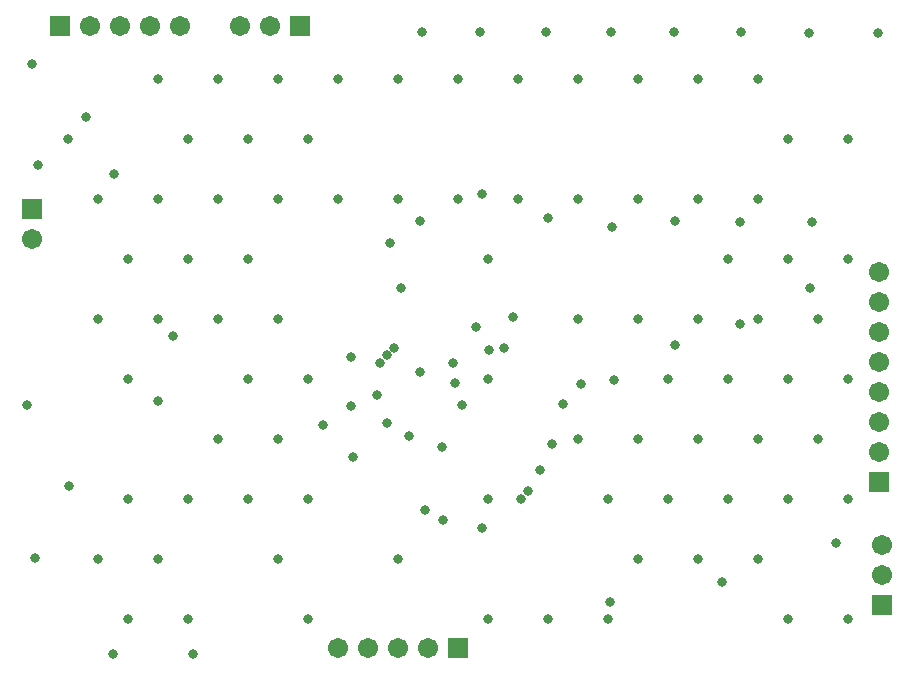
<source format=gbs>
G04*
G04 #@! TF.GenerationSoftware,Altium Limited,Altium Designer,20.1.14 (287)*
G04*
G04 Layer_Color=16711935*
%FSLAX25Y25*%
%MOIN*%
G70*
G04*
G04 #@! TF.SameCoordinates,77D899AC-DA5C-4649-B6D6-03D989B7329D*
G04*
G04*
G04 #@! TF.FilePolarity,Negative*
G04*
G01*
G75*
%ADD24C,0.06706*%
%ADD25R,0.06706X0.06706*%
%ADD26R,0.06706X0.06706*%
%ADD27C,0.03200*%
D24*
X673000Y163500D02*
D03*
Y153500D02*
D03*
X389500Y265500D02*
D03*
X521500Y129000D02*
D03*
X511500D02*
D03*
X501500D02*
D03*
X491500D02*
D03*
X672000Y254500D02*
D03*
Y244500D02*
D03*
Y234500D02*
D03*
Y224500D02*
D03*
Y214500D02*
D03*
Y204500D02*
D03*
Y194500D02*
D03*
X469000Y336500D02*
D03*
X459000D02*
D03*
X439000D02*
D03*
X429000D02*
D03*
X419000D02*
D03*
X409000D02*
D03*
D25*
X673000Y143500D02*
D03*
X389500Y275500D02*
D03*
X672000Y184500D02*
D03*
D26*
X531500Y129000D02*
D03*
X479000Y336500D02*
D03*
X399000D02*
D03*
D27*
X390415Y159043D02*
D03*
X387915Y210043D02*
D03*
X391415Y290043D02*
D03*
X389415Y323543D02*
D03*
X512415Y249043D02*
D03*
X496415Y192543D02*
D03*
X495797Y209868D02*
D03*
X515301Y199657D02*
D03*
X526415Y171543D02*
D03*
X526233Y196043D02*
D03*
X546915Y229043D02*
D03*
X572415Y217043D02*
D03*
X661415Y298543D02*
D03*
Y258543D02*
D03*
Y218543D02*
D03*
Y178543D02*
D03*
Y138543D02*
D03*
X641415Y298543D02*
D03*
Y258543D02*
D03*
X651415Y238543D02*
D03*
X641415Y218543D02*
D03*
X651415Y198543D02*
D03*
X641415Y178543D02*
D03*
Y138543D02*
D03*
X631415Y318543D02*
D03*
Y278543D02*
D03*
X621415Y258543D02*
D03*
X631415Y238543D02*
D03*
X621415Y218543D02*
D03*
X631415Y198543D02*
D03*
X621415Y178543D02*
D03*
X631415Y158543D02*
D03*
X611415Y318543D02*
D03*
Y278543D02*
D03*
Y238543D02*
D03*
X601415Y218543D02*
D03*
X611415Y198543D02*
D03*
X601415Y178543D02*
D03*
X611415Y158543D02*
D03*
X591415Y318543D02*
D03*
Y278543D02*
D03*
Y238543D02*
D03*
Y198543D02*
D03*
X581415Y178543D02*
D03*
X591415Y158543D02*
D03*
X581415Y138543D02*
D03*
X571415Y318543D02*
D03*
Y278543D02*
D03*
Y238543D02*
D03*
Y198543D02*
D03*
X561415Y138543D02*
D03*
X551415Y318543D02*
D03*
Y278543D02*
D03*
X541415Y258543D02*
D03*
Y218543D02*
D03*
Y178543D02*
D03*
Y138543D02*
D03*
X531415Y318543D02*
D03*
Y278543D02*
D03*
X511415Y318543D02*
D03*
Y278543D02*
D03*
Y158543D02*
D03*
X491415Y318543D02*
D03*
X481415Y298543D02*
D03*
X491415Y278543D02*
D03*
X481415Y218543D02*
D03*
Y178543D02*
D03*
Y138543D02*
D03*
X471415Y318543D02*
D03*
X461415Y298543D02*
D03*
X471415Y278543D02*
D03*
X461415Y258543D02*
D03*
X471415Y238543D02*
D03*
X461415Y218543D02*
D03*
X471415Y198543D02*
D03*
X461415Y178543D02*
D03*
X471415Y158543D02*
D03*
X451415Y318543D02*
D03*
X441415Y298543D02*
D03*
X451415Y278543D02*
D03*
X441415Y258543D02*
D03*
X451415Y238543D02*
D03*
Y198543D02*
D03*
X441415Y178543D02*
D03*
Y138543D02*
D03*
X431415Y318543D02*
D03*
Y278543D02*
D03*
X421415Y258543D02*
D03*
X431415Y238543D02*
D03*
X421415Y218543D02*
D03*
Y178543D02*
D03*
X431415Y158543D02*
D03*
X421415Y138543D02*
D03*
X401415Y298543D02*
D03*
X411415Y278543D02*
D03*
Y238543D02*
D03*
Y158543D02*
D03*
X520500Y175000D02*
D03*
X508000Y204000D02*
D03*
X671500Y334000D02*
D03*
X648500D02*
D03*
X626000Y334500D02*
D03*
X603500D02*
D03*
X582500D02*
D03*
X561000D02*
D03*
X539000D02*
D03*
X519500D02*
D03*
X619500Y151000D02*
D03*
X582138Y144492D02*
D03*
X431500Y211500D02*
D03*
X436500Y233000D02*
D03*
X443284Y127063D02*
D03*
X402000Y183000D02*
D03*
X416500Y127000D02*
D03*
X566500Y210500D02*
D03*
X604000Y230000D02*
D03*
X649000Y249000D02*
D03*
X530409Y217500D02*
D03*
X533000Y210000D02*
D03*
X530000Y224000D02*
D03*
X657500Y164000D02*
D03*
X649500Y271000D02*
D03*
X625500D02*
D03*
X604000Y271500D02*
D03*
X583000Y269500D02*
D03*
X561500Y272500D02*
D03*
X539500Y280500D02*
D03*
X519000Y271500D02*
D03*
X510300Y229200D02*
D03*
X507854Y226700D02*
D03*
X486500Y203500D02*
D03*
X504563Y213500D02*
D03*
X496000Y226000D02*
D03*
X519000Y221000D02*
D03*
X537500Y236000D02*
D03*
X505500Y224000D02*
D03*
X542000Y228500D02*
D03*
X550000Y239500D02*
D03*
X539500Y169000D02*
D03*
X625500Y237000D02*
D03*
X583500Y218500D02*
D03*
X552600Y178800D02*
D03*
X563000Y197000D02*
D03*
X559000Y188500D02*
D03*
X555000Y181500D02*
D03*
X509000Y264000D02*
D03*
X417000Y287000D02*
D03*
X407500Y306000D02*
D03*
M02*

</source>
